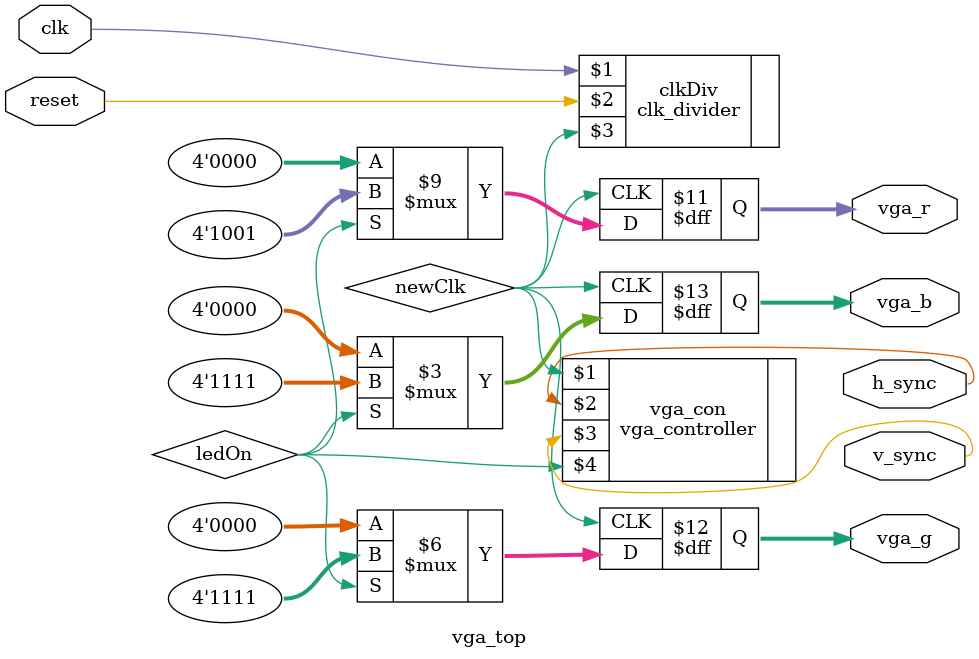
<source format=v>
`timescale 1ns / 1ps



module vga_top(clk, reset, vga_r, vga_g, vga_b, h_sync, v_sync);

    input clk, reset;
    
    output reg [3:0] vga_r, vga_g, vga_b; // r, g, b values
    output h_sync, v_sync;
    wire newClk, ledOn;
    
    clk_divider clkDiv (clk, reset, newClk);
    
    vga_controller vga_con (newClk, h_sync, v_sync, ledOn);
    
    always@(posedge newClk) begin
      vga_r <= 4'b0000;
      vga_g <= 4'b0000;
      vga_b <= 4'b0000;
      if(ledOn) begin
          vga_r <= 4'b1001;
          vga_g <= 4'b1111;
          vga_b <= 4'b1111;
      end  
      else begin
          vga_r <= 4'b0000;
          vga_g <= 4'b0000;
          vga_b <= 4'b0000;
      end
      
    end
    
endmodule

</source>
